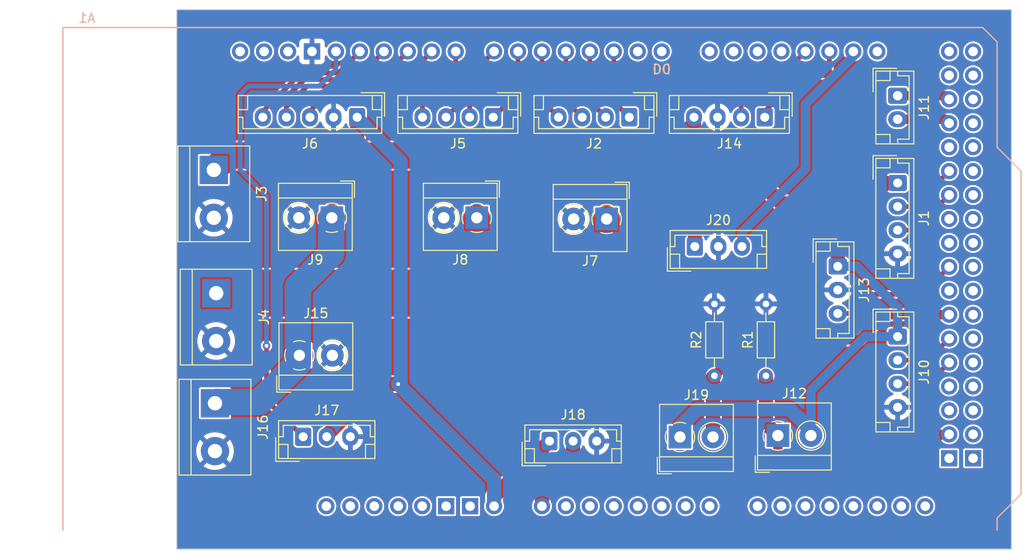
<source format=kicad_pcb>
(kicad_pcb (version 20221018) (generator pcbnew)
  (layers (0 "F.Cu" signal) (31 "B.Cu" signal) (34 "B.Paste" user) (35 "F.Paste" user) (36 "B.SilkS" user "B.Silkscreen") (37 "F.SilkS" user "F.Silkscreen") (38 "B.Mask" user) (39 "F.Mask" user) (44 "Edge.Cuts" user))
  (net 0 "")
  (net 1 "+5V")
  (net 2 "/Trig1")
  (net 3 "/Echo1")
  (net 4 "GND")
  (net 5 "/M1_Dir")
  (net 6 "/M1_PWM")
  (net 7 "/M2_Dir")
  (net 8 "/M2_PWM")
  (net 9 "+12V")
  (net 10 "/M3_Dir")
  (net 11 "/M3_PWM")
  (net 12 "/M4_Dir")
  (net 13 "/M4_PWM")
  (net 14 "/AnagAscensor")
  (net 17 "/Trig2")
  (net 18 "/Echo2")
  (net 19 "/DIR+")
  (net 20 "/PUL+")
  (net 21 "/ES")
  (net 22 "/IN_IMAN")
  (net 23 "/TX_BT")
  (net 24 "/RX_BT")
  (net 78 "/12V2")
  (net 79 "/SERVO")
  (net 80 "/M5_L_PWM")
  (net 81 "/M5_R_PWM")
  (net 83 "/M5_ENA")
  (net 84 "/E_BUTTON")
  (net 85 "/INDICADOR")
  (footprint "Connector_JST:JST_EH_B5B-EH-A_1x05_P2.50mm_Vertical" (layer "F.Cu") (at 161.758 78.105 180)
    (fp_text reference "J6" (at 5 -2.8) (layer "F.SilkS"))
    (fp_text value "HW-039")
    (pad "1" thru_hole roundrect (at 0 0 180) (size 1.7 1.95) (drill 0.95) (layers "*.Cu" "*.Mask") (roundrect_rratio 0.147059) (net 1 "+5V"))
    (pad "2" thru_hole oval (at 2.5 0 180) (size 1.7 1.95) (drill 0.95) (layers "*.Cu" "*.Mask") (net 4 "GND"))
    (pad "3" thru_hole oval (at 5 0 180) (size 1.7 1.95) (drill 0.95) (layers "*.Cu" "*.Mask") (net 83 "/M5_ENA"))
    (pad "4" thru_hole oval (at 7.5 0 180) (size 1.7 1.95) (drill 0.95) (layers "*.Cu" "*.Mask") (net 80 "/M5_L_PWM"))
    (pad "5" thru_hole oval (at 10 0 180) (size 1.7 1.95) (drill 0.95) (layers "*.Cu" "*.Mask") (net 81 "/M5_R_PWM"))
  )
  (footprint "Connector_JST:JST_EH_B4B-EH-A_1x04_P2.50mm_Vertical" (layer "F.Cu") (at 204.978 78.105 180)
    (fp_text reference "J14" (at 3.75 -2.8) (layer "F.SilkS"))
    (fp_text value "BT")
    (pad "1" thru_hole roundrect (at 0 0 180) (size 1.7 1.95) (drill 0.95) (layers "*.Cu" "*.Mask") (roundrect_rratio 0.147059) (net 23 "/TX_BT"))
    (pad "2" thru_hole oval (at 2.5 0 180) (size 1.7 1.95) (drill 0.95) (layers "*.Cu" "*.Mask") (net 24 "/RX_BT"))
    (pad "3" thru_hole oval (at 5 0 180) (size 1.7 1.95) (drill 0.95) (layers "*.Cu" "*.Mask") (net 4 "GND"))
    (pad "4" thru_hole oval (at 7.5 0 180) (size 1.7 1.95) (drill 0.95) (layers "*.Cu" "*.Mask") (net 1 "+5V"))
  )
  (footprint "TerminalBlock_4Ucon:TerminalBlock_4Ucon_1x02_P3.50mm_Horizontal" (layer "F.Cu") (at 155.631 103.378)
    (fp_text reference "J15" (at 1.75 -4.46) (layer "F.SilkS"))
    (fp_text value "12V_MS")
    (pad "1" thru_hole rect (at 0 0) (size 2.4 2.4) (drill 1.2) (layers "*.Cu" "*.Mask") (net 78 "/12V2"))
    (pad "2" thru_hole circle (at 3.5 0) (size 2.4 2.4) (drill 1.2) (layers "*.Cu" "*.Mask") (net 4 "GND"))
  )
  (footprint "TerminalBlock_4Ucon:TerminalBlock_4Ucon_1x02_P3.50mm_Horizontal" (layer "F.Cu") (at 159.075 88.773 180)
    (fp_text reference "J9" (at 1.75 -4.46) (layer "F.SilkS"))
    (fp_text value "12V_HW")
    (pad "1" thru_hole rect (at 0 0 180) (size 2.4 2.4) (drill 1.2) (layers "*.Cu" "*.Mask") (net 78 "/12V2"))
    (pad "2" thru_hole circle (at 3.5 0 180) (size 2.4 2.4) (drill 1.2) (layers "*.Cu" "*.Mask") (net 4 "GND"))
  )
  (footprint "Connector_JST:JST_EH_B3B-EH-A_1x03_P2.50mm_Vertical" (layer "F.Cu") (at 156.036 112.014)
    (fp_text reference "J17" (at 2.5 -2.8) (layer "F.SilkS"))
    (fp_text value "SERVO")
    (pad "1" thru_hole roundrect (at 0 0) (size 1.7 1.95) (drill 0.95) (layers "*.Cu" "*.Mask") (roundrect_rratio 0.147059) (net 79 "/SERVO"))
    (pad "2" thru_hole oval (at 2.5 0) (size 1.7 1.95) (drill 0.95) (layers "*.Cu" "*.Mask") (net 1 "+5V"))
    (pad "3" thru_hole oval (at 5 0) (size 1.7 1.95) (drill 0.95) (layers "*.Cu" "*.Mask") (net 4 "GND"))
  )
  (footprint "TerminalBlock_4Ucon:TerminalBlock_4Ucon_1x02_P3.50mm_Horizontal" (layer "F.Cu") (at 195.989 112.041)
    (fp_text reference "J19" (at 1.75 -4.46) (layer "F.SilkS"))
    (fp_text value "BUTTON")
    (pad "1" thru_hole rect (at 0 0) (size 2.4 2.4) (drill 1.2) (layers "*.Cu" "*.Mask") (net 1 "+5V"))
    (pad "2" thru_hole circle (at 3.5 0) (size 2.4 2.4) (drill 1.2) (layers "*.Cu" "*.Mask") (net 84 "/E_BUTTON"))
  )
  (footprint "Connector_JST:JST_EH_B4B-EH-A_1x04_P2.50mm_Vertical" (layer "F.Cu") (at 219.075 85.083 -90)
    (fp_text reference "J1" (at 3.75 -2.8 90) (layer "F.SilkS"))
    (fp_text value "ULTRASONIC_1")
    (pad "1" thru_hole roundrect (at 0 0 270) (size 1.7 1.95) (drill 0.95) (layers "*.Cu" "*.Mask") (roundrect_rratio 0.147059) (net 1 "+5V"))
    (pad "2" thru_hole oval (at 2.5 0 270) (size 1.7 1.95) (drill 0.95) (layers "*.Cu" "*.Mask") (net 2 "/Trig1"))
    (pad "3" thru_hole oval (at 5 0 270) (size 1.7 1.95) (drill 0.95) (layers "*.Cu" "*.Mask") (net 3 "/Echo1"))
    (pad "4" thru_hole oval (at 7.5 0 270) (size 1.7 1.95) (drill 0.95) (layers "*.Cu" "*.Mask") (net 4 "GND"))
  )
  (footprint "TerminalBlock_4Ucon:TerminalBlock_4Ucon_1x02_P3.50mm_Horizontal" (layer "F.Cu") (at 206.375 111.887)
    (fp_text reference "J12" (at 1.75 -4.46) (layer "F.SilkS"))
    (fp_text value "ENDSTOP")
    (pad "1" thru_hole rect (at 0 0) (size 2.4 2.4) (drill 1.2) (layers "*.Cu" "*.Mask") (net 21 "/ES"))
    (pad "2" thru_hole circle (at 3.5 0) (size 2.4 2.4) (drill 1.2) (layers "*.Cu" "*.Mask") (net 1 "+5V"))
  )
  (footprint "TerminalBlock:TerminalBlock_bornier-2_P5.08mm" (layer "F.Cu") (at 146.812 96.774 -90)
    (fp_text reference "J4" (at 2.54 -5.08 90) (layer "F.SilkS"))
    (fp_text value "12V_INPUT")
    (pad "1" thru_hole rect (at 0 0 270) (size 3 3) (drill 1.52) (layers "*.Cu" "*.Mask") (net 9 "+12V"))
    (pad "2" thru_hole circle (at 5.08 0 270) (size 3 3) (drill 1.52) (layers "*.Cu" "*.Mask") (net 4 "GND"))
  )
  (footprint "TerminalBlock_4Ucon:TerminalBlock_4Ucon_1x02_P3.50mm_Horizontal" (layer "F.Cu") (at 174.442 88.773 180)
    (fp_text reference "J8" (at 1.75 -4.46) (layer "F.SilkS"))
    (fp_text value "12V_CYTRON_2")
    (pad "1" thru_hole rect (at 0 0 180) (size 2.4 2.4) (drill 1.2) (layers "*.Cu" "*.Mask") (net 9 "+12V"))
    (pad "2" thru_hole circle (at 3.5 0 180) (size 2.4 2.4) (drill 1.2) (layers "*.Cu" "*.Mask") (net 4 "GND"))
  )
  (footprint "Connector_JST:JST_EH_B3B-EH-A_1x03_P2.50mm_Vertical" (layer "F.Cu") (at 212.725 93.933 -90)
    (fp_text reference "J13" (at 2.5 -2.8 90) (layer "F.SilkS"))
    (fp_text value "RELE")
    (pad "1" thru_hole roundrect (at 0 0 270) (size 1.7 1.95) (drill 0.95) (layers "*.Cu" "*.Mask") (roundrect_rratio 0.147059) (net 1 "+5V"))
    (pad "2" thru_hole oval (at 2.5 0 270) (size 1.7 1.95) (drill 0.95) (layers "*.Cu" "*.Mask") (net 4 "GND"))
    (pad "3" thru_hole oval (at 5 0 270) (size 1.7 1.95) (drill 0.95) (layers "*.Cu" "*.Mask") (net 22 "/IN_IMAN"))
  )
  (footprint "Resistor_THT:R_Axial_DIN0204_L3.6mm_D1.6mm_P7.62mm_Horizontal" (layer "F.Cu") (at 199.644 105.537 90)
    (fp_text reference "R2" (at 3.81 -1.92 90) (layer "F.SilkS"))
    (fp_text value "R")
    (pad "1" thru_hole circle (at 0 0 90) (size 1.4 1.4) (drill 0.7) (layers "*.Cu" "*.Mask") (net 84 "/E_BUTTON"))
    (pad "2" thru_hole oval (at 7.62 0 90) (size 1.4 1.4) (drill 0.7) (layers "*.Cu" "*.Mask") (net 4 "GND"))
  )
  (footprint "Connector_JST:JST_EH_B4B-EH-A_1x04_P2.50mm_Vertical" (layer "F.Cu") (at 219.075 101.386 -90)
    (fp_text reference "J10" (at 3.75 -2.8 90) (layer "F.SilkS"))
    (fp_text value "ULTRASONIC_1")
    (pad "1" thru_hole roundrect (at 0 0 270) (size 1.7 1.95) (drill 0.95) (layers "*.Cu" "*.Mask") (roundrect_rratio 0.147059) (net 1 "+5V"))
    (pad "2" thru_hole oval (at 2.5 0 270) (size 1.7 1.95) (drill 0.95) (layers "*.Cu" "*.Mask") (net 17 "/Trig2"))
    (pad "3" thru_hole oval (at 5 0 270) (size 1.7 1.95) (drill 0.95) (layers "*.Cu" "*.Mask") (net 18 "/Echo2"))
    (pad "4" thru_hole oval (at 7.5 0 270) (size 1.7 1.95) (drill 0.95) (layers "*.Cu" "*.Mask") (net 4 "GND"))
  )
  (footprint "Connector_JST:JST_EH_B4B-EH-A_1x04_P2.50mm_Vertical" (layer "F.Cu") (at 176.189 78.105 180)
    (fp_text reference "J5" (at 3.75 -2.8) (layer "F.SilkS"))
    (fp_text value "CYTRON_2")
    (pad "1" thru_hole roundrect (at 0 0 180) (size 1.7 1.95) (drill 0.95) (layers "*.Cu" "*.Mask") (roundrect_rratio 0.147059) (net 10 "/M3_Dir"))
    (pad "2" thru_hole oval (at 2.5 0 180) (size 1.7 1.95) (drill 0.95) (layers "*.Cu" "*.Mask") (net 11 "/M3_PWM"))
    (pad "3" thru_hole oval (at 5 0 180) (size 1.7 1.95) (drill 0.95) (layers "*.Cu" "*.Mask") (net 12 "/M4_Dir"))
    (pad "4" thru_hole oval (at 7.5 0 180) (size 1.7 1.95) (drill 0.95) (layers "*.Cu" "*.Mask") (net 13 "/M4_PWM"))
  )
  (footprint "Connector_JST:JST_EH_B4B-EH-A_1x04_P2.50mm_Vertical" (layer "F.Cu") (at 190.62 78.105 180)
    (fp_text reference "J2" (at 3.75 -2.8) (layer "F.SilkS"))
    (fp_text value "CYTRON_1")
    (pad "1" thru_hole roundrect (at 0 0 180) (size 1.7 1.95) (drill 0.95) (layers "*.Cu" "*.Mask") (roundrect_rratio 0.147059) (net 5 "/M1_Dir"))
    (pad "2" thru_hole oval (at 2.5 0 180) (size 1.7 1.95) (drill 0.95) (layers "*.Cu" "*.Mask") (net 6 "/M1_PWM"))
    (pad "3" thru_hole oval (at 5 0 180) (size 1.7 1.95) (drill 0.95) (layers "*.Cu" "*.Mask") (net 7 "/M2_Dir"))
    (pad "4" thru_hole oval (at 7.5 0 180) (size 1.7 1.95) (drill 0.95) (layers "*.Cu" "*.Mask") (net 8 "/M2_PWM"))
  )
  (footprint "ARDUINO:Arduino_Mega2560_R3_Shield" (layer "F.Cu") (at 130.556 121.92)
    (fp_text reference "A1" (at 2.54 -54.356) (layer "B.SilkS") (effects (justify mirror)))
    (fp_text value "Arduino_Mega2560_R3_Shield")
    (fp_text user "D0" (at 63.5 -48.895 unlocked) (layer "B.SilkS") (effects (justify mirror)))
    (fp_text user "D0" (at 63.5 -48.895 unlocked) (layer "F.SilkS"))
    (pad "" thru_hole oval (at 27.94 -2.54) (size 1.7272 1.7272) (drill 1.016) (layers "*.Cu" "*.Mask"))
    (pad "3V3" thru_hole oval (at 35.56 -2.54) (size 1.7272 1.7272) (drill 1.016) (layers "*.Cu" "*.Mask"))
    (pad "5V1" thru_hole oval (at 38.1 -2.54) (size 1.7272 1.7272) (drill 1.016) (layers "*.Cu" "*.Mask"))
    (pad "5V3" thru_hole oval (at 93.98 -50.8) (size 1.7272 1.7272) (drill 1.016) (layers "*.Cu" "*.Mask"))
    (pad "5V4" thru_hole oval (at 96.52 -50.8) (size 1.7272 1.7272) (drill 1.016) (layers "*.Cu" "*.Mask"))
    (pad "A0" thru_hole oval (at 50.8 -2.54) (size 1.7272 1.7272) (drill 1.016) (layers "*.Cu" "*.Mask") (net 14 "/AnagAscensor"))
    (pad "A1" thru_hole oval (at 53.34 -2.54) (size 1.7272 1.7272) (drill 1.016) (layers "*.Cu" "*.Mask"))
    (pad "A2" thru_hole oval (at 55.88 -2.54) (size 1.7272 1.7272) (drill 1.016) (layers "*.Cu" "*.Mask"))
    (pad "A3" thru_hole oval (at 58.42 -2.54) (size 1.7272 1.7272) (drill 1.016) (layers "*.Cu" "*.Mask"))
    (pad "A4" thru_hole oval (at 60.96 -2.54) (size 1.7272 1.7272) (drill 1.016) (layers "*.Cu" "*.Mask"))
    (pad "A5" thru_hole oval (at 63.5 -2.54) (size 1.7272 1.7272) (drill 1.016) (layers "*.Cu" "*.Mask"))
    (pad "A6" thru_hole oval (at 66.04 -2.54) (size 1.7272 1.7272) (drill 1.016) (layers "*.Cu" "*.Mask"))
    (pad "A7" thru_hole oval (at 68.58 -2.54) (size 1.7272 1.7272) (drill 1.016) (layers "*.Cu" "*.Mask"))
    (pad "A8" thru_hole oval (at 73.66 -2.54) (size 1.7272 1.7272) (drill 1.016) (layers "*.Cu" "*.Mask"))
    (pad "A9" thru_hole oval (at 76.2 -2.54) (size 1.7272 1.7272) (drill 1.016) (layers "*.Cu" "*.Mask"))
    (pad "A10" thru_hole oval (at 78.74 -2.54) (size 1.7272 1.7272) (drill 1.016) (layers "*.Cu" "*.Mask"))
    (pad "A11" thru_hole oval (at 81.28 -2.54) (size 1.7272 1.7272) (drill 1.016) (layers "*.Cu" "*.Mask"))
    (pad "A12" thru_hole oval (at 83.82 -2.54) (size 1.7272 1.7272) (drill 1.016) (layers "*.Cu" "*.Mask"))
    (pad "A13" thru_hole oval (at 86.36 -2.54) (size 1.7272 1.7272) (drill 1.016) (layers "*.Cu" "*.Mask"))
    (pad "A14" thru_hole oval (at 88.9 -2.54) (size 1.7272 1.7272) (drill 1.016) (layers "*.Cu" "*.Mask"))
    (pad "A15" thru_hole oval (at 91.44 -2.54) (size 1.7272 1.7272) (drill 1.016) (layers "*.Cu" "*.Mask"))
    (pad "AREF" thru_hole oval (at 23.876 -50.8) (size 1.7272 1.7272) (drill 1.016) (layers "*.Cu" "*.Mask"))
    (pad "D0" thru_hole oval (at 63.5 -50.8) (size 1.7272 1.7272) (drill 1.016) (layers "*.Cu" "*.Mask"))
    (pad "D1" thru_hole oval (at 60.96 -50.8) (size 1.7272 1.7272) (drill 1.016) (layers "*.Cu" "*.Mask"))
    (pad "D2" thru_hole oval (at 58.42 -50.8) (size 1.7272 1.7272) (drill 1.016) (layers "*.Cu" "*.Mask") (net 5 "/M1_Dir"))
    (pad "D3" thru_hole oval (at 55.88 -50.8) (size 1.7272 1.7272) (drill 1.016) (layers "*.Cu" "*.Mask") (net 6 "/M1_PWM"))
    (pad "D4" thru_hole oval (at 53.34 -50.8) (size 1.7272 1.7272) (drill 1.016) (layers "*.Cu" "*.Mask") (net 7 "/M2_Dir"))
    (pad "D5" thru_hole oval (at 50.8 -50.8) (size 1.7272 1.7272) (drill 1.016) (layers "*.Cu" "*.Mask") (net 8 "/M2_PWM"))
    (pad "D6" thru_hole oval (at 48.26 -50.8) (size 1.7272 1.7272) (drill 1.016) (layers "*.Cu" "*.Mask") (net 10 "/M3_Dir"))
    (pad "D7" thru_hole oval (at 45.72 -50.8) (size 1.7272 1.7272) (drill 1.016) (layers "*.Cu" "*.Mask") (net 11 "/M3_PWM"))
    (pad "D8" thru_hole oval (at 41.656 -50.8) (size 1.7272 1.7272) (drill 1.016) (layers "*.Cu" "*.Mask") (net 12 "/M4_Dir"))
    (pad "D9" thru_hole oval (at 39.116 -50.8) (size 1.7272 1.7272) (drill 1.016) (layers "*.Cu" "*.Mask") (net 13 "/M4_PWM"))
    (pad "D10" thru_hole oval (at 36.576 -50.8) (size 1.7272 1.7272) (drill 1.016) (layers "*.Cu" "*.Mask") (net 83 "/M5_ENA"))
    (pad "D11" thru_hole oval (at 34.036 -50.8) (size 1.7272 1.7272) (drill 1.016) (layers "*.Cu" "*.Mask") (net 80 "/M5_L_PWM"))
    (pad "D12" thru_hole oval (at 31.496 -50.8) (size 1.7272 1.7272) (drill 1.016) (layers "*.Cu" "*.Mask") (net 81 "/M5_R_PWM"))
    (pad "D13" thru_hole oval (at 28.956 -50.8) (size 1.7272 1.7272) (drill 1.016) (layers "*.Cu" "*.Mask") (net 79 "/SERVO"))
    (pad "D14" thru_hole oval (at 68.58 -50.8) (size 1.7272 1.7272) (drill 1.016) (layers "*.Cu" "*.Mask"))
    (pad "D15" thru_hole oval (at 71.12 -50.8) (size 1.7272 1.7272) (drill 1.016) (layers "*.Cu" "*.Mask"))
    (pad "D16" thru_hole oval (at 73.66 -50.8) (size 1.7272 1.7272) (drill 1.016) (layers "*.Cu" "*.Mask"))
    (pad "D17" thru_hole oval (at 76.2 -50.8) (size 1.7272 1.7272) (drill 1.016) (layers "*.Cu" "*.Mask"))
    (pad "D18" thru_hole oval (at 78.74 -50.8) (size 1.7272 1.7272) (drill 1.016) (layers "*.Cu" "*.Mask") (net 24 "/RX_BT"))
    (pad "D19" thru_hole oval (at 81.28 -50.8) (size 1.7272 1.7272) (drill 1.016) (layers "*.Cu" "*.Mask") (net 23 "/TX_BT"))
    (pad "D20" thru_hole oval (at 83.82 -50.8) (size 1.7272 1.7272) (drill 1.016) (layers "*.Cu" "*.Mask") (net 85 "/INDICADOR"))
    (pad "D21" thru_hole oval (at 86.36 -50.8) (size 1.7272 1.7272) (drill 1.016) (layers "*.Cu" "*.Mask"))
    (pad "D22" thru_hole oval (at 93.98 -48.26) (size 1.7272 1.7272) (drill 1.016) (layers "*.Cu" "*.Mask"))
    (pad "D23" thru_hole oval (at 96.52 -48.26) (size 1.7272 1.7272) (drill 1.016) (layers "*.Cu" "*.Mask"))
    (pad "D24" thru_hole oval (at 93.98 -45.72) (size 1.7272 1.7272) (drill 1.016) (layers "*.Cu" "*.Mask") (net 19 "/DIR+"))
    (pad "D25" thru_hole oval (at 96.52 -45.72) (size 1.7272 1.7272) (drill 1.016) (layers "*.Cu" "*.Mask"))
    (pad "D26" thru_hole oval (at 93.98 -43.18) (size 1.7272 1.7272) (drill 1.016) (layers "*.Cu" "*.Mask") (net 20 "/PUL+"))
    (pad "D27" thru_hole oval (at 96.52 -43.18) (size 1.7272 1.7272) (drill 1.016) (layers "*.Cu" "*.Mask"))
    (pad "D28" thru_hole oval (at 93.98 -40.64) (size 1.7272 1.7272) (drill 1.016) (layers "*.Cu" "*.Mask"))
    (pad "D29" thru_hole oval (at 96.52 -40.64) (size 1.7272 1.7272) (drill 1.016) (layers "*.Cu" "*.Mask"))
    (pad "D30" thru_hole oval (at 93.98 -38.1) (size 1.7272 1.7272) (drill 1.016) (layers "*.Cu" "*.Mask") (net 2 "/Trig1"))
    (pad "D31" thru_hole oval (at 96.52 -38.1) (size 1.7272 1.7272) (drill 1.016) (layers "*.Cu" "*.Mask"))
    (pad "D32" thru_hole oval (at 93.98 -35.56) (size 1.7272 1.7272) (drill 1.016) (layers "*.Cu" "*.Mask") (net 3 "/Echo1"))
    (pad "D33" thru_hole oval (at 96.52 -35.56) (size 1.7272 1.7272) (drill 1.016) (layers "*.Cu" "*.Mask"))
    (pad "D34" thru_hole oval (at 93.98 -33.02) (size 1.7272 1.7272) (drill 1.016) (layers "*.Cu" "*.Mask"))
    (pad "D35" thru_hole oval (at 96.52 -33.02) (size 1.7272 1.7272) (drill 1.016) (layers "*.Cu" "*.Mask"))
    (pad "D36" thru_hole oval (at 93.98 -30.48) (size 1.7272 1.7272) (drill 1.016) (layers "*.Cu" "*.Mask"))
    (pad "D37" thru_hole oval (at 96.52 -30.48) (size 1.7272 1.7272) (drill 1.016) (layers "*.Cu" "*.Mask"))
    (pad "D38" thru_hole oval (at 93.98 -27.94) (size 1.7272 1.7272) (drill 1.016) (layers "*.Cu" "*.Mask") (net 22 "/IN_IMAN"))
    (pad "D39" thru_hole oval (at 96.52 -27.94) (size 1.7272 1.7272) (drill 1.016) (layers "*.Cu" "*.Mask"))
    (pad "D40" thru_hole oval (at 93.98 -25.4) (size 1.7272 1.7272) (drill 1.016) (layers "*.Cu" "*.Mask"))
    (pad "D41" thru_hole oval (at 96.52 -25.4) (size 1.7272 1.7272) (drill 1.016) (layers "*.Cu" "*.Mask"))
    (pad "D42" thru_hole oval (at 93.98 -22.86) (size 1.7272 1.7272) (drill 1.016) (layers "*.Cu" "*.Mask") (net 84 "/E_BUTTON"))
    (pad "D43" thru_hole oval (at 96.52 -22.86) (size 1.7272 1.7272) (drill 1.016) (layers "*.Cu" "*.Mask"))
    (pad "D44" thru_hole oval (at 93.98 -20.32) (size 1.7272 1.7272) (drill 1.016) (layers "*.Cu" "*.Mask") (net 17 "/Trig2"))
    (pad "D45" thru_hole oval (at 96.52 -20.32) (size 1.7272 1.7272) (drill 1.016) (layers "*.Cu" "*.Mask"))
    (pad "D46" thru_hole oval (at 93.98 -17.78) (size 1.7272 1.7272) (drill 1.016) (layers "*.Cu" "*.Mask") (net 18 "/Echo2"))
    (pad "D47" thru_hole oval (at 96.52 -17.78) (size 1.7272 1.7272) (drill 1.016) (layers "*.Cu" "*.Mask"))
    (pad "D48" thru_hole oval (at 93.98 -15.24) (size 1.7272 1.7272) (drill 1.016) (layers "*.Cu" "*.Mask"))
    (pad "D49" thru_hole oval (at 96.52 -15.24) (size 1.7272 1.7272) (drill 1.016) (layers "*.Cu" "*.Mask"))
    (pad "D50" thru_hole oval (at 93.98 -12.7) (size 1.7272 1.7272) (drill 1.016) (layers "*.Cu" "*.Mask"))
    (pad "D51" thru_hole oval (at 96.52 -12.7) (size 1.7272 1.7272) (drill 1.016) (layers "*.Cu" "*.Mask"))
    (pad "D52" thru_hole oval (at 93.98 -10.16) (size 1.7272 1.7272) (drill 1.016) (layers "*.Cu" "*.Mask") (net 21 "/ES"))
    (pad "D53" thru_hole oval (at 96.52 -10.16) (size 1.7272 1.7272) (drill 1.016) (layers "*.Cu" "*.Mask"))
    (pad "GND1" thru_hole rect (at 26.416 -50.8) (size 1.7272 1.7272) (drill 1.016) (layers "*.Cu" "*.Mask") (net 4 "GND"))
    (pad "GND2" thru_hole rect (at 40.64 -2.54) (size 1.7272 1.7272) (drill 1.016) (layers "*.Cu" "*.Mask"))
    (pad "GND3" thru_hole rect (at 43.18 -2.54) (size 1.7272 1.7272) (drill 1.016) (layers "*.Cu" "*.Mask"))
    (pad "GND5" thru_hole rect (at 93.98 -7.62) (size 1.7272 1.7272) (drill 1.016) (layers "*.Cu" "*.Mask"))
    (pad "GND6" thru_hole rect (at 96.52 -7.62) (size 1.7272 1.7272) (drill 1.016) (layers "*.Cu" "*.Mask"))
    (pad "IORF" thru_hole oval (at 30.48 -2.54) (size 1.7272 1.7272) (drill 1.016) (layers "*.Cu" "*.Mask"))
    (pad "RST1" thru_hole oval (at 33.02 -2.54) (size 1.7272 1.7272) (drill 1.016) (layers "*.Cu" "*.Mask"))
    (pad "SCL" thru_hole oval (at 18.796 -50.8) (size 1.7272 1.7272) (drill 1.016) (layers "*.Cu" "*.Mask"))
    (pad "SDA" thru_hole oval (at 21.336 -50.8) (size 1.7272 1.7272) (drill 1.016) (layers "*.Cu" "*.Mask"))
    (pad "VIN" thru_hole oval (at 45.72 -2.54) (size 1.7272 1.7272) (drill 1.016) (layers "*.Cu" "*.Mask") (net 1 "+5V"))
  )
  (footprint "TerminalBlock:TerminalBlock_bornier-2_P5.08mm" (layer "F.Cu") (at 146.558 83.693 -90)
    (fp_text reference "J3" (at 2.54 -5.08 90) (layer "F.SilkS"))
    (fp_text value "5V_INPUT")
    (pad "1" thru_hole rect (at 0 0 270) (size 3 3) (drill 1.52) (layers "*.Cu" "*.Mask") (net 1 "+5V"))
    (pad "2" thru_hole circle (at 5.08 0 270) (size 3 3) (drill 1.52) (layers "*.Cu" "*.Mask") (net 4 "GND"))
  )
  (footprint "Connector_JST:JST_EH_B3B-EH-A_1x03_P2.50mm_Vertical" (layer "F.Cu") (at 197.565 91.829)
    (fp_text reference "J20" (at 2.5 -2.8) (layer "F.SilkS"))
    (fp_text value "RELE2")
    (pad "1" thru_hole roundrect (at 0 0) (size 1.7 1.95) (drill 0.95) (layers "*.Cu" "*.Mask") (roundrect_rratio 0.147059) (net 1 "+5V"))
    (pad "2" thru_hole oval (at 2.5 0) (size 1.7 1.95) (drill 0.95) (layers "*.Cu" "*.Mask") (net 4 "GND"))
    (pad "3" thru_hole oval (at 5 0) (size 1.7 1.95) (drill 0.95) (layers "*.Cu" "*.Mask") (net 85 "/INDICADOR"))
  )
  (footprint "TerminalBlock:TerminalBlock_bornier-2_P5.08mm" (layer "F.Cu") (at 146.685 108.458 -90)
    (fp_text reference "J16" (at 2.54 -5.08 90) (layer "F.SilkS"))
    (fp_text value "12V2_INPUT")
    (pad "1" thru_hole rect (at 0 0 270) (size 3 3) (drill 1.52) (layers "*.Cu" "*.Mask") (net 78 "/12V2"))
    (pad "2" thru_hole circle (at 5.08 0 270) (size 3 3) (drill 1.52) (layers "*.Cu" "*.Mask") (net 4 "GND"))
  )
  (footprint "Connector_JST:JST_EH_B2B-EH-A_1x02_P2.50mm_Vertical" (layer "F.Cu") (at 219.075 75.819 -90)
    (fp_text reference "J11" (at 1.25 -2.8 90) (layer "F.SilkS"))
    (fp_text value "STEPPER")
    (pad "1" thru_hole roundrect (at 0 0 270) (size 1.7 2) (drill 1) (layers "*.Cu" "*.Mask") (roundrect_rratio 0.147059) (net 19 "/DIR+"))
    (pad "2" thru_hole oval (at 2.5 0 270) (size 1.7 2) (drill 1) (layers "*.Cu" "*.Mask") (net 20 "/PUL+"))
  )
  (footprint "TerminalBlock_4Ucon:TerminalBlock_4Ucon_1x02_P3.50mm_Horizontal" (layer "F.Cu") (at 188.214 88.9 180)
    (fp_text reference "J7" (at 1.75 -4.46 180) (layer "F.SilkS"))
    (fp_text value "12V_CYTRON_1")
    (pad "1" thru_hole rect (at 0 0 180) (size 2.4 2.4) (drill 1.2) (layers "*.Cu" "*.Mask") (net 9 "+12V"))
    (pad "2" thru_hole circle (at 3.5 0 180) (size 2.4 2.4) (drill 1.2) (layers "*.Cu" "*.Mask") (net 4 "GND"))
  )
  (footprint "Connector_JST:JST_EH_B3B-EH-A_1x03_P2.50mm_Vertical" (layer "F.Cu") (at 182.158 112.476)
    (fp_text reference "J18" (at 2.5 -2.8) (layer "F.SilkS"))
    (fp_text value "ASCENSOR")
    (pad "1" thru_hole roundrect (at 0 0) (size 1.7 1.95) (drill 0.95) (layers "*.Cu" "*.Mask") (roundrect_rratio 0.147059) (net 1 "+5V"))
    (pad "2" thru_hole oval (at 2.5 0) (size 1.7 1.95) (drill 0.95) (layers "*.Cu" "*.Mask") (net 14 "/AnagAscensor"))
    (pad "3" thru_hole oval (at 5 0) (size 1.7 1.95) (drill 0.95) (layers "*.Cu" "*.Mask") (net 4 "GND"))
  )
  (footprint "Resistor_THT:R_Axial_DIN0204_L3.6mm_D1.6mm_P7.62mm_Horizontal" (layer "F.Cu") (at 205.105 105.537 90)
    (fp_text reference "R1" (at 3.81 -1.92 90) (layer "F.SilkS"))
    (fp_text value "R")
    (pad "1" thru_hole circle (at 0 0 90) (size 1.4 1.4) (drill 0.7) (layers "*.Cu" "*.Mask") (net 21 "/ES"))
    (pad "2" thru_hole oval (at 7.62 0 90) (size 1.4 1.4) (drill 0.7) (layers "*.Cu" "*.Mask") (net 4 "GND"))
  )
  (gr_rect (start 142.621 66.675) (end 231.14 123.952) (stroke (width 0.1)) (fill none) (layer "Edge.Cuts"))
  (segment (start 217.812 85.083) (end 212.725 90.17) (width 1.5) (layer "F.Cu") (net 1))
  (segment (start 197.565 91.829) (end 197.565 85.678) (width 1.5) (layer "F.Cu") (net 1))
  (segment (start 206.756 87.249) (end 204.978 85.471) (width 1.5) (layer "F.Cu") (net 1))
  (segment (start 176.276 119.38) (end 176.276 118.358) (width 1.5) (layer "F.Cu") (net 1))
  (segment (start 212.725 90.17) (end 212.725 93.933) (width 1.5) (layer "F.Cu") (net 1))
  (segment (start 176.276 118.358) (end 182.158 112.476) (width 1.5) (layer "F.Cu") (net 1))
  (segment (start 215.646 87.249) (end 206.756 87.249) (width 1.5) (layer "F.Cu") (net 1))
  (segment (start 163.953416 106.426) (end 166.116 106.426) (width 1.5) (layer "F.Cu") (net 1))
  (segment (start 197.478 78.105) (end 197.478 78.747) (width 1.5) (layer "F.Cu") (net 1))
  (segment (start 161.758 80.558) (end 161.758 78.105) (width 1.5) (layer "F.Cu") (net 1))
  (segment (start 209.804 111.816) (end 209.875 111.887) (width 1) (layer "F.Cu") (net 1))
  (segment (start 197.478 78.747) (end 194.056 82.169) (width 1.5) (layer "F.Cu") (net 1))
  (segment (start 158.536 111.843416) (end 163.953416 106.426) (width 1.5) (layer "F.Cu") (net 1))
  (segment (start 217.812 85.083) (end 215.646 87.249) (width 1.5) (layer "F.Cu") (net 1))
  (segment (start 197.565 85.678) (end 194.056 82.169) (width 1.5) (layer "F.Cu") (net 1))
  (segment (start 204.978 82.169) (end 194.056 82.169) (width 2.79) (layer "F.Cu") (net 1))
  (segment (start 194.056 82.169) (end 148.082 82.169) (width 2.79) (layer "F.Cu") (net 1))
  (segment (start 219.075 85.083) (end 217.812 85.083) (width 1.5) (layer "F.Cu") (net 1))
  (segment (start 204.978 85.471) (end 204.978 82.169) (width 1.5) (layer "F.Cu") (net 1))
  (segment (start 159.258 83.058) (end 161.758 80.558) (width 1.5) (layer "F.Cu") (net 1))
  (segment (start 148.082 82.169) (end 146.558 83.693) (width 2.79) (layer "F.Cu") (net 1))
  (segment (start 158.536 112.014) (end 158.536 111.843416) (width 1.5) (layer "F.Cu") (net 1))
  (via (at 166.116 106.426) (size 0.8) (drill 0.4) (layers "F.Cu" "B.Cu") (net 1))
  (segment (start 219.075 101.386) (end 215.606 101.386) (width 1) (layer "B.Cu") (net 1))
  (segment (start 166.37 106.172) (end 166.116 106.426) (width 1.5) (layer "B.Cu") (net 1))
  (segment (start 161.758 78.192) (end 166.37 82.804) (width 1.5) (layer "B.Cu") (net 1))
  (segment (start 176.276 119.38) (end 176.276 116.586) (width 1.5) (layer "B.Cu") (net 1))
  (segment (start 195.989 110.97) (end 197.866 109.093) (width 1.5) (layer "B.Cu") (net 1))
  (segment (start 209.875 107.117) (end 209.875 111.887) (width 1) (layer "B.Cu") (net 1))
  (segment (start 207.645 109.093) (end 209.875 111.323) (width 1.5) (layer "B.Cu") (net 1))
  (segment (start 176.276 116.586) (end 166.116 106.426) (width 1.5) (layer "B.Cu") (net 1))
  (segment (start 209.875 111.323) (end 209.875 111.887) (width 1.5) (layer "B.Cu") (net 1))
  (segment (start 166.37 82.804) (end 166.37 106.172) (width 1.5) (layer "B.Cu") (net 1))
  (segment (start 161.758 78.105) (end 161.758 78.192) (width 1.5) (layer "B.Cu") (net 1))
  (segment (start 197.866 109.093) (end 207.645 109.093) (width 1.5) (layer "B.Cu") (net 1))
  (segment (start 195.989 112.041) (end 195.989 110.97) (width 1.5) (layer "B.Cu") (net 1))
  (segment (start 219.075 101.386) (end 219.075 98.298) (width 1) (layer "B.Cu") (net 1))
  (segment (start 219.075 98.298) (end 214.71 93.933) (width 1) (layer "B.Cu") (net 1))
  (segment (start 215.606 101.386) (end 209.875 107.117) (width 1) (layer "B.Cu") (net 1))
  (segment (start 214.71 93.933) (end 212.725 93.933) (width 1) (layer "B.Cu") (net 1))
  (segment (start 219.075 87.583) (end 220.773 87.583) (width 0.5) (layer "F.Cu") (net 2))
  (segment (start 220.773 87.583) (end 224.536 83.82) (width 0.5) (layer "F.Cu") (net 2))
  (segment (start 220.813 90.083) (end 224.536 86.36) (width 0.5) (layer "F.Cu") (net 3))
  (segment (start 219.075 90.083) (end 220.813 90.083) (width 0.5) (layer "F.Cu") (net 3))
  (segment (start 188.976 71.12) (end 188.976 76.461) (width 0.5) (layer "F.Cu") (net 5))
  (segment (start 188.976 76.461) (end 190.62 78.105) (width 0.5) (layer "F.Cu") (net 5))
  (segment (start 186.436 71.12) (end 186.436 76.421) (width 0.5) (layer "F.Cu") (net 6))
  (segment (start 186.436 76.421) (end 188.12 78.105) (width 0.5) (layer "F.Cu") (net 6))
  (segment (start 183.896 71.12) (end 183.896 76.381) (width 0.5) (layer "F.Cu") (net 7))
  (segment (start 183.896 76.381) (end 185.62 78.105) (width 0.5) (layer "F.Cu") (net 7))
  (segment (start 181.356 71.12) (end 181.356 76.341) (width 0.5) (layer "F.Cu") (net 8))
  (segment (start 181.356 76.341) (end 183.12 78.105) (width 0.5) (layer "F.Cu") (net 8))
  (segment (start 174.442 91.877) (end 169.545 96.774) (width 2.79) (layer "F.Cu") (net 9))
  (segment (start 174.442 88.773) (end 174.442 91.877) (width 2.79) (layer "F.Cu") (net 9))
  (segment (start 188.214 93.726) (end 188.214 88.9) (width 2.79) (layer "F.Cu") (net 9))
  (segment (start 185.166 96.774) (end 188.214 93.726) (width 2.79) (layer "F.Cu") (net 9))
  (segment (start 146.812 96.774) (end 172.339 96.774) (width 5) (layer "F.Cu") (net 9))
  (segment (start 172.339 96.774) (end 185.166 96.774) (width 5) (layer "F.Cu") (net 9))
  (segment (start 169.545 96.774) (end 172.339 96.774) (width 2.79) (layer "F.Cu") (net 9))
  (segment (start 176.189 78.105) (end 178.816 75.478) (width 0.5) (layer "F.Cu") (net 10))
  (segment (start 178.816 75.478) (end 178.816 71.12) (width 0.5) (layer "F.Cu") (net 10))
  (segment (start 173.689 78.105) (end 173.689 73.707) (width 0.5) (layer "F.Cu") (net 11))
  (segment (start 173.689 73.707) (end 176.276 71.12) (width 0.5) (layer "F.Cu") (net 11))
  (segment (start 172.212 71.12) (end 172.212 77.082) (width 0.5) (layer "F.Cu") (net 12))
  (segment (start 172.212 77.082) (end 171.189 78.105) (width 0.5) (layer "F.Cu") (net 12))
  (segment (start 168.689 72.103) (end 169.672 71.12) (width 0.5) (layer "F.Cu") (net 13))
  (segment (start 168.689 78.105) (end 168.689 72.103) (width 0.5) (layer "F.Cu") (net 13))
  (segment (start 184.658 114.046) (end 181.356 117.348) (width 1.5) (layer "F.Cu") (net 14))
  (segment (start 181.356 117.348) (end 181.356 119.38) (width 1.5) (layer "F.Cu") (net 14))
  (segment (start 184.658 112.476) (end 184.658 114.046) (width 1.5) (layer "F.Cu") (net 14))
  (segment (start 219.075 103.886) (end 222.25 103.886) (width 0.5) (layer "F.Cu") (net 17))
  (segment (start 222.25 103.886) (end 224.536 101.6) (width 0.5) (layer "F.Cu") (net 17))
  (segment (start 221.996 106.172) (end 222.504 106.172) (width 0.5) (layer "F.Cu") (net 18))
  (segment (start 222.504 106.172) (end 224.536 104.14) (width 0.5) (layer "F.Cu") (net 18))
  (segment (start 219.075 106.386) (end 221.782 106.386) (width 0.5) (layer "F.Cu") (net 18))
  (segment (start 221.782 106.386) (end 221.996 106.172) (width 0.5) (layer "F.Cu") (net 18))
  (segment (start 224.155 75.819) (end 224.536 76.2) (width 1) (layer "F.Cu") (net 19))
  (segment (start 219.075 75.819) (end 224.155 75.819) (width 1) (layer "F.Cu") (net 19))
  (segment (start 219.456 76.2) (end 219.075 75.819) (width 1) (layer "B.Cu") (net 19))
  (segment (start 224.115 78.319) (end 224.536 78.74) (width 1) (layer "F.Cu") (net 20))
  (segment (start 219.075 78.319) (end 224.115 78.319) (width 1) (layer "F.Cu") (net 20))
  (segment (start 208.153 115.316) (end 220.091 115.316) (width 1) (layer "F.Cu") (net 21))
  (segment (start 206.375 113.538) (end 208.153 115.316) (width 1) (layer "F.Cu") (net 21))
  (segment (start 205.105 110.617) (end 206.375 111.887) (width 1.5) (layer "F.Cu") (net 21))
  (segment (start 220.091 115.316) (end 223.647 111.76) (width 1) (layer "F.Cu") (net 21))
  (segment (start 206.375 111.887) (end 206.375 113.538) (width 1) (layer "F.Cu") (net 21))
  (segment (start 205.105 105.537) (end 205.105 110.617) (width 1.5) (layer "F.Cu") (net 21))
  (segment (start 223.647 111.76) (end 224.536 111.76) (width 1) (layer "F.Cu") (net 21))
  (segment (start 221.615 96.901) (end 224.536 93.98) (width 0.5) (layer "F.Cu") (net 22))
  (segment (start 216.281 96.901) (end 221.615 96.901) (width 0.5) (layer "F.Cu") (net 22))
  (segment (start 214.249 98.933) (end 216.281 96.901) (width 0.5) (layer "F.Cu") (net 22))
  (segment (start 212.725 98.933) (end 214.249 98.933) (width 0.5) (layer "F.Cu") (net 22))
  (segment (start 204.978 78.105) (end 204.978 77.47) (width 0.5) (layer "F.Cu") (net 23))
  (segment (start 204.978 77.47) (end 208.788 73.66) (width 0.5) (layer "F.Cu") (net 23))
  (segment (start 208.788 73.66) (end 211.328 73.66) (width 0.5) (layer "F.Cu") (net 23))
  (segment (start 211.328 73.66) (end 211.836 73.152) (width 0.5) (layer "F.Cu") (net 23))
  (segment (start 211.836 73.152) (end 211.836 71.12) (width 0.5) (layer "F.Cu") (net 23))
  (segment (start 209.296 71.12) (end 205.994 74.422) (width 0.5) (layer "F.Cu") (net 24))
  (segment (start 202.478 75.652) (end 202.478 78.105) (width 0.5) (layer "F.Cu") (net 24))
  (segment (start 203.708 74.422) (end 202.478 75.652) (width 0.5) (layer "F.Cu") (net 24))
  (segment (start 205.994 74.422) (end 203.708 74.422) (width 0.5) (layer "F.Cu") (net 24))
  (segment (start 155.476 96.111) (end 159.004 92.583) (width 2.79) (layer "B.Cu") (net 78))
  (segment (start 146.812 108.331) (end 151.384 108.331) (width 2.79) (layer "B.Cu") (net 78))
  (segment (start 155.476 104.239) (end 155.476 96.111) (width 2.79) (layer "B.Cu") (net 78))
  (segment (start 151.384 108.331) (end 155.476 104.239) (width 2.79) (layer "B.Cu") (net 78))
  (segment (start 146.685 108.458) (end 146.812 108.331) (width 2.79) (layer "B.Cu") (net 78))
  (segment (start 159.004 92.583) (end 159.004 88.844) (width 2.79) (layer "B.Cu") (net 78))
  (segment (start 159.004 88.844) (end 159.075 88.773) (width 2.79) (layer "B.Cu") (net 78))
  (segment (start 152.146 108.124) (end 156.036 112.014) (width 0.5) (layer "F.Cu") (net 79))
  (segment (start 152.146 102.362) (end 152.146 108.124) (width 0.5) (layer "F.Cu") (net 79))
  (via (at 152.146 102.362) (size 0.8) (drill 0.4) (layers "F.Cu" "B.Cu") (net 79))
  (segment (start 150.241 74.803) (end 149.352 75.692) (width 0.5) (layer "B.Cu") (net 79))
  (segment (start 152.146 86.487) (end 152.146 102.362) (width 0.5) (layer "B.Cu") (net 79))
  (segment (start 159.512 71.12) (end 159.512 73.025) (width 0.5) (layer "B.Cu") (net 79))
  (segment (start 149.352 75.692) (end 149.352 83.693) (width 0.5) (layer "B.Cu") (net 79))
  (segment (start 157.734 74.803) (end 150.241 74.803) (width 0.5) (layer "B.Cu") (net 79))
  (segment (start 149.352 83.693) (end 152.146 86.487) (width 0.5) (layer "B.Cu") (net 79))
  (segment (start 159.512 73.025) (end 157.734 74.803) (width 0.5) (layer "B.Cu") (net 79))
  (segment (start 160.909 74.803) (end 164.592 71.12) (width 0.5) (layer "F.Cu") (net 80))
  (segment (start 154.258 77.009) (end 156.464 74.803) (width 0.5) (layer "F.Cu") (net 80))
  (segment (start 154.258 78.105) (end 154.258 77.009) (width 0.5) (layer "F.Cu") (net 80))
  (segment (start 156.464 74.803) (end 160.909 74.803) (width 0.5) (layer "F.Cu") (net 80))
  (segment (start 155.829 73.406) (end 159.766 73.406) (width 0.5) (layer "F.Cu") (net 81))
  (segment (start 159.766 73.406) (end 162.052 71.12) (width 0.5) (layer "F.Cu") (net 81))
  (segment (start 151.758 78.105) (end 151.758 77.477) (width 0.5) (layer "F.Cu") (net 81))
  (segment (start 151.758 77.477) (end 155.829 73.406) (width 0.5) (layer "F.Cu") (net 81))
  (segment (start 162.179 76.073) (end 167.132 71.12) (width 0.5) (layer "F.Cu") (net 83))
  (segment (start 156.758 78.105) (end 156.758 77.43) (width 0.5) (layer "F.Cu") (net 83))
  (segment (start 158.115 76.073) (end 162.179 76.073) (width 0.5) (layer "F.Cu") (net 83))
  (segment (start 156.758 77.43) (end 158.115 76.073) (width 0.5) (layer "F.Cu") (net 83))
  (segment (start 199.489 105.692) (end 199.644 105.537) (width 1.5) (layer "F.Cu") (net 84))
  (segment (start 215.011 101.727) (end 203.454 101.727) (width 1) (layer "F.Cu") (net 84))
  (segment (start 203.454 101.727) (end 199.644 105.537) (width 1) (layer "F.Cu") (net 84))
  (segment (start 217.678 99.06) (end 215.011 101.727) (width 1) (layer "F.Cu") (net 84))
  (segment (start 199.489 112.041) (end 199.489 105.692) (width 1.5) (layer "F.Cu") (net 84))
  (segment (start 224.536 99.06) (end 217.678 99.06) (width 1) (layer "F.Cu") (net 84))
  (segment (start 202.565 91.829) (end 202.565 90.297) (width 1) (layer "B.Cu") (net 85))
  (segment (start 209.296 83.566) (end 209.296 76.708) (width 1) (layer "B.Cu") (net 85))
  (segment (start 214.376 71.628) (end 214.376 71.12) (width 1) (layer "B.Cu") (net 85))
  (segment (start 202.565 90.297) (end 209.296 83.566) (width 1) (layer "B.Cu") (net 85))
  (segment (start 209.296 76.708) (end 214.376 71.628) (width 1) (layer "B.Cu") (net 85))
  (zone (net 4) (net_name "GND") (layers "F&B.Cu") (connect_pads (clearance 0)) (min_thickness 0.25) (fill yes (thermal_gap 0.5) (thermal_bridge_width 0.5))
    (polygon (pts (xy 139.192 65.659) (xy 139.192 124.968) (xy 232.156 124.968) (xy 232.41 124.714) (xy 232.41 66.167) (xy 231.902 65.659)))
  )
)
</source>
